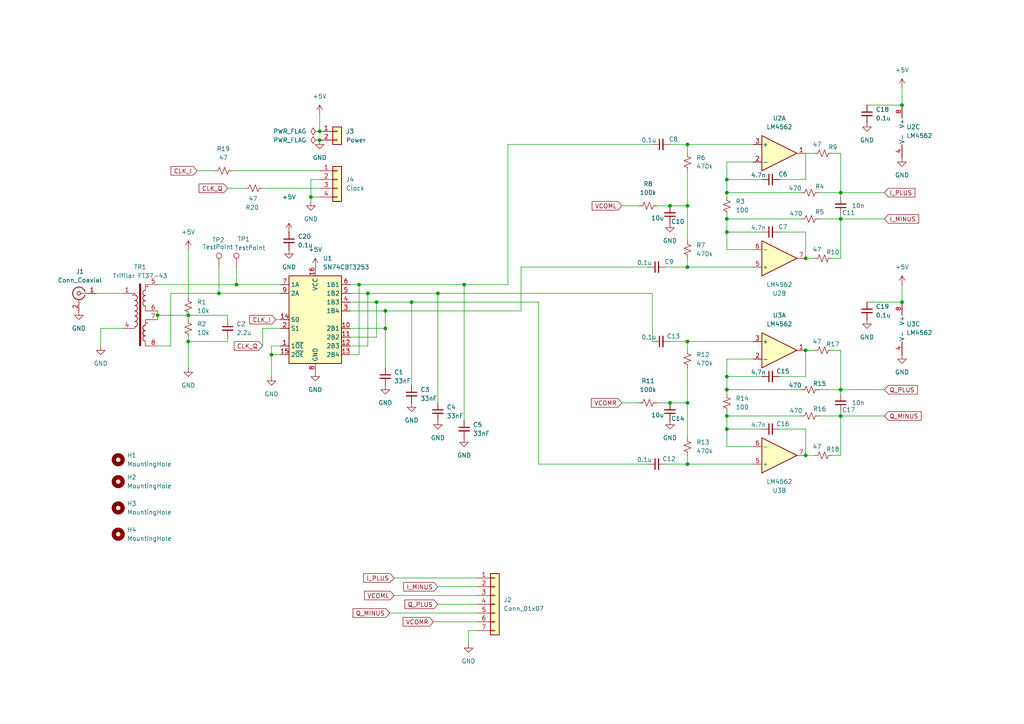
<source format=kicad_sch>
(kicad_sch (version 20231120) (generator "eeschema") (generator_version "8.0")
  (paper "A4")
  (lib_symbols
    (symbol "Amplifier_Operational:LM4562" (pin_names (offset 0.127))
      (property "Reference" "U" (at 0 5.08 0))
      (property "Value" "LM4562" (at 0 -5.08 0))
      (symbol "LM4562_1_1"
        (polyline (pts (xy -5.08 5.08) (xy 5.08 0) (xy -5.08 -5.08) (xy -5.08 5.08)) (stroke (width 0.254)) (fill (type background)))
        (pin output line (at 7.62 0 180) (length 2.54) (name "~") (number "1"))
        (pin input line (at -7.62 -2.54 0) (length 2.54) (name "-") (number "2"))
        (pin input line (at -7.62 2.54 0) (length 2.54) (name "+") (number "3"))
      )
      (symbol "LM4562_2_1"
        (polyline (pts (xy -5.08 5.08) (xy 5.08 0) (xy -5.08 -5.08) (xy -5.08 5.08)) (stroke (width 0.254)) (fill (type background)))
        (pin input line (at -7.62 2.54 0) (length 2.54) (name "+") (number "5"))
        (pin input line (at -7.62 -2.54 0) (length 2.54) (name "-") (number "6"))
        (pin output line (at 7.62 0 180) (length 2.54) (name "~") (number "7"))
      )
      (symbol "LM4562_3_1"
        (pin power_in line (at -2.54 -7.62 90) (length 3.81) (name "V-") (number "4"))
        (pin power_in line (at -2.54 7.62 270) (length 3.81) (name "V+") (number "8"))
      )
    )
    (symbol "Analog_Switch:SN74CBT3253"
      (property "Reference" "U" (at -7.62 13.97 0))
      (property "Value" "SN74CBT3253" (at -11.43 -13.97 0))
      (symbol "SN74CBT3253_0_1"
        (rectangle (start -7.62 12.7) (end 7.62 -12.7) (stroke (width 0.254)) (fill (type background)))
        (rectangle (start 7.62 -12.7) (end 7.62 -12.7))
      )
      (symbol "SN74CBT3253_1_1"
        (pin input line (at -10.16 -7.62 0) (length 2.54) (name "1~{OE}") (number "1"))
        (pin bidirectional line (at 10.16 -2.54 180) (length 2.54) (name "2B1") (number "10"))
        (pin bidirectional line (at 10.16 -5.08 180) (length 2.54) (name "2B2") (number "11"))
        (pin bidirectional line (at 10.16 -7.62 180) (length 2.54) (name "2B3") (number "12"))
        (pin bidirectional line (at 10.16 -10.16 180) (length 2.54) (name "2B4") (number "13"))
        (pin input line (at -10.16 0 0) (length 2.54) (name "S0") (number "14"))
        (pin input line (at -10.16 -10.16 0) (length 2.54) (name "2~{OE}") (number "15"))
        (pin power_in line (at 0 15.24 270) (length 2.54) (name "VCC") (number "16"))
        (pin input line (at -10.16 -2.54 0) (length 2.54) (name "S1") (number "2"))
        (pin bidirectional line (at 10.16 2.54 180) (length 2.54) (name "1B4") (number "3"))
        (pin bidirectional line (at 10.16 5.08 180) (length 2.54) (name "1B3") (number "4"))
        (pin bidirectional line (at 10.16 7.62 180) (length 2.54) (name "1B2") (number "5"))
        (pin bidirectional line (at 10.16 10.16 180) (length 2.54) (name "1B1") (number "6"))
        (pin bidirectional line (at -10.16 10.16 0) (length 2.54) (name "1A") (number "7"))
        (pin power_in line (at 0 -15.24 90) (length 2.54) (name "GND") (number "8"))
        (pin bidirectional line (at -10.16 7.62 0) (length 2.54) (name "2A") (number "9"))
      )
    )
    (symbol "Connector:Conn_Coaxial" (pin_names (offset 1.016) hide)
      (property "Reference" "J" (at 0.254 3.048 0))
      (property "Value" "Conn_Coaxial" (at 2.921 0 90))
      (symbol "Conn_Coaxial_0_1"
        (arc (start -1.778 -0.508) (mid 0.2311 -1.8066) (end 1.778 0) (stroke (width 0.254)))
        (polyline (pts (xy -2.54 0) (xy -0.508 0)))
        (polyline (pts (xy 0 -2.54) (xy 0 -1.778)))
        (circle (center 0 0) (radius 0.508) (stroke (width 0.2032)))
        (arc (start 1.778 0) (mid 0.2099 1.8101) (end -1.778 0.508) (stroke (width 0.254)))
      )
      (symbol "Conn_Coaxial_1_1"
        (pin passive line (at -5.08 0 0) (length 2.54) (name "In") (number "1"))
        (pin passive line (at 0 -5.08 90) (length 2.54) (name "Ext") (number "2"))
      )
    )
    (symbol "Connector:TestPoint" (pin_numbers hide) (pin_names (offset 0.762) hide)
      (property "Reference" "TP" (at 0 6.858 0))
      (property "Value" "TestPoint" (at 0 5.08 0))
      (symbol "TestPoint_0_1"
        (circle (center 0 3.302) (radius 0.762))
      )
      (symbol "TestPoint_1_1"
        (pin passive line (at 0 0 90) (length 2.54) (name "1") (number "1"))
      )
    )
    (symbol "Connector_Generic:Conn_01x02" (pin_names (offset 1.016) hide)
      (property "Reference" "J" (at 0 2.54 0))
      (property "Value" "Conn_01x02" (at 0 -5.08 0))
      (symbol "Conn_01x02_1_1"
        (rectangle (start -1.27 -2.413) (end 0 -2.667) (stroke (width 0.1524)))
        (rectangle (start -1.27 0.127) (end 0 -0.127) (stroke (width 0.1524)))
        (rectangle (start -1.27 1.27) (end 1.27 -3.81) (stroke (width 0.254)) (fill (type background)))
        (pin passive line (at -5.08 0 0) (length 3.81) (name "Pin_1") (number "1"))
        (pin passive line (at -5.08 -2.54 0) (length 3.81) (name "Pin_2") (number "2"))
      )
    )
    (symbol "Connector_Generic:Conn_01x04" (pin_names (offset 1.016) hide)
      (property "Reference" "J" (at 0 5.08 0))
      (property "Value" "Conn_01x04" (at 0 -7.62 0))
      (symbol "Conn_01x04_1_1"
        (rectangle (start -1.27 -4.953) (end 0 -5.207) (stroke (width 0.1524)))
        (rectangle (start -1.27 -2.413) (end 0 -2.667) (stroke (width 0.1524)))
        (rectangle (start -1.27 0.127) (end 0 -0.127) (stroke (width 0.1524)))
        (rectangle (start -1.27 2.667) (end 0 2.413) (stroke (width 0.1524)))
        (rectangle (start -1.27 3.81) (end 1.27 -6.35) (stroke (width 0.254)) (fill (type background)))
        (pin passive line (at -5.08 2.54 0) (length 3.81) (name "Pin_1") (number "1"))
        (pin passive line (at -5.08 0 0) (length 3.81) (name "Pin_2") (number "2"))
        (pin passive line (at -5.08 -2.54 0) (length 3.81) (name "Pin_3") (number "3"))
        (pin passive line (at -5.08 -5.08 0) (length 3.81) (name "Pin_4") (number "4"))
      )
    )
    (symbol "Connector_Generic:Conn_01x07" (pin_names (offset 1.016) hide)
      (property "Reference" "J" (at 0 10.16 0))
      (property "Value" "Conn_01x07" (at 0 -10.16 0))
      (symbol "Conn_01x07_1_1"
        (rectangle (start -1.27 -7.493) (end 0 -7.747) (stroke (width 0.1524)))
        (rectangle (start -1.27 -4.953) (end 0 -5.207) (stroke (width 0.1524)))
        (rectangle (start -1.27 -2.413) (end 0 -2.667) (stroke (width 0.1524)))
        (rectangle (start -1.27 0.127) (end 0 -0.127) (stroke (width 0.1524)))
        (rectangle (start -1.27 2.667) (end 0 2.413) (stroke (width 0.1524)))
        (rectangle (start -1.27 5.207) (end 0 4.953) (stroke (width 0.1524)))
        (rectangle (start -1.27 7.747) (end 0 7.493) (stroke (width 0.1524)))
        (rectangle (start -1.27 8.89) (end 1.27 -8.89) (stroke (width 0.254)) (fill (type background)))
        (pin passive line (at -5.08 7.62 0) (length 3.81) (name "Pin_1") (number "1"))
        (pin passive line (at -5.08 5.08 0) (length 3.81) (name "Pin_2") (number "2"))
        (pin passive line (at -5.08 2.54 0) (length 3.81) (name "Pin_3") (number "3"))
        (pin passive line (at -5.08 0 0) (length 3.81) (name "Pin_4") (number "4"))
        (pin passive line (at -5.08 -2.54 0) (length 3.81) (name "Pin_5") (number "5"))
        (pin passive line (at -5.08 -5.08 0) (length 3.81) (name "Pin_6") (number "6"))
        (pin passive line (at -5.08 -7.62 0) (length 3.81) (name "Pin_7") (number "7"))
      )
    )
    (symbol "Device:C_Small" (pin_numbers hide) (pin_names (offset 0.254) hide)
      (property "Reference" "C" (at 0.254 1.778 0))
      (property "Value" "C_Small" (at 0.254 -2.032 0))
      (symbol "C_Small_0_1"
        (polyline (pts (xy -1.524 -0.508) (xy 1.524 -0.508)) (stroke (width 0.3302)))
        (polyline (pts (xy -1.524 0.508) (xy 1.524 0.508)) (stroke (width 0.3048)))
      )
      (symbol "C_Small_1_1"
        (pin passive line (at 0 2.54 270) (length 2.032) (name "~") (number "1"))
        (pin passive line (at 0 -2.54 90) (length 2.032) (name "~") (number "2"))
      )
    )
    (symbol "Device:R_Small_US" (pin_numbers hide) (pin_names (offset 0.254) hide)
      (property "Reference" "R" (at 0.762 0.508 0))
      (property "Value" "R_Small_US" (at 0.762 -1.016 0))
      (symbol "R_Small_US_1_1"
        (polyline (pts (xy 0 0) (xy 1.016 -0.381) (xy 0 -0.762) (xy -1.016 -1.143) (xy 0 -1.524)))
        (polyline (pts (xy 0 1.524) (xy 1.016 1.143) (xy 0 0.762) (xy -1.016 0.381) (xy 0 0)))
        (pin passive line (at 0 2.54 270) (length 1.016) (name "~") (number "1"))
        (pin passive line (at 0 -2.54 90) (length 1.016) (name "~") (number "2"))
      )
    )
    (symbol "Mechanical:MountingHole" (pin_names (offset 1.016)) (exclude_from_sim yes) (in_bom no)
      (property "Reference" "H" (at 0 5.08 0))
      (property "Value" "MountingHole" (at 0 3.175 0))
      (symbol "MountingHole_0_1"
        (circle (center 0 0) (radius 1.27) (stroke (width 1.27)))
      )
    )
    (symbol "Transformer:TEZ0.5-D-2" (pin_names (offset 0.0254))
      (property "Reference" "TR" (at 0 8.89 0))
      (property "Value" "TEZ0.5-D-2" (at 0 -11.43 0))
      (symbol "TEZ0.5-D-2_0_1"
        (circle (center -2.032 4.572) (radius 0.127))
        (arc (start -1.524 -4.572) (mid -0.7653 -3.81) (end -1.524 -3.048) (stroke (width 0.2032)))
        (arc (start -1.524 -3.048) (mid -0.7653 -2.286) (end -1.524 -1.524) (stroke (width 0.2032)))
        (arc (start -1.524 -1.524) (mid -0.7653 -0.762) (end -1.524 0) (stroke (width 0.2032)))
        (arc (start -1.524 0) (mid -0.7653 0.762) (end -1.524 1.524) (stroke (width 0.2032)))
        (arc (start -1.524 1.524) (mid -0.7653 2.286) (end -1.524 3.048) (stroke (width 0.2032)))
        (arc (start -1.524 3.048) (mid -0.7653 3.81) (end -1.524 4.572) (stroke (width 0.2032)))
        (rectangle (start -0.254 7.874) (end 0.254 -10.16) (stroke (width 0.0254)) (fill (type outline)))
        (polyline (pts (xy -1.524 -4.572) (xy -1.524 -5.08) (xy -2.54 -5.08)))
        (polyline (pts (xy -1.524 4.572) (xy -1.524 5.08) (xy -2.54 5.08)))
        (polyline (pts (xy 1.524 -8.89) (xy 1.524 -10.16) (xy 2.54 -10.16)))
        (polyline (pts (xy 2.54 -2.54) (xy 1.524 -2.54) (xy 1.524 -4.064)))
        (polyline (pts (xy 2.54 0) (xy 1.524 0) (xy 1.524 1.27)))
        (polyline (pts (xy 2.54 7.62) (xy 1.524 7.62) (xy 1.524 6.096)))
        (arc (start 1.524 -7.239) (mid 0.7653 -8.001) (end 1.524 -8.763) (stroke (width 0.2032)))
        (arc (start 1.524 -5.715) (mid 0.7653 -6.477) (end 1.524 -7.239) (stroke (width 0.2032)))
        (arc (start 1.524 -5.715) (mid 0.7653 -6.477) (end 1.524 -7.239) (stroke (width 0.2032)))
        (arc (start 1.524 -4.191) (mid 0.7653 -4.953) (end 1.524 -5.715) (stroke (width 0.2032)))
        (arc (start 1.524 -4.191) (mid 0.7653 -4.953) (end 1.524 -5.715) (stroke (width 0.2032)))
        (arc (start 1.524 2.921) (mid 0.7653 2.159) (end 1.524 1.397) (stroke (width 0.2032)))
        (arc (start 1.524 4.445) (mid 0.7653 3.683) (end 1.524 2.921) (stroke (width 0.2032)))
        (arc (start 1.524 5.969) (mid 0.7653 5.207) (end 1.524 4.445) (stroke (width 0.2032)))
        (circle (center 2.032 -3.556) (radius 0.127))
        (circle (center 2.032 7.112) (radius 0.127))
      )
      (symbol "TEZ0.5-D-2_1_1"
        (pin passive line (at -5.08 5.08 0) (length 2.54) (name "~") (number "1"))
        (pin passive line (at -5.08 -5.08 0) (length 2.54) (name "~") (number "4"))
        (pin passive line (at 5.08 7.62 180) (length 2.54) (name "~") (number "5"))
        (pin passive line (at 5.08 0 180) (length 2.54) (name "~") (number "6"))
        (pin passive line (at 5.08 -2.54 180) (length 2.54) (name "~") (number "7"))
        (pin passive line (at 5.08 -10.16 180) (length 2.54) (name "~") (number "8"))
      )
    )
    (symbol "power:+5V" (power) (pin_numbers hide) (pin_names (offset 0) hide)
      (property "Value" "+5V" (at 0 3.556 0))
      (symbol "+5V_0_1"
        (polyline (pts (xy -0.762 1.27) (xy 0 2.54)))
        (polyline (pts (xy 0 0) (xy 0 2.54)))
        (polyline (pts (xy 0 2.54) (xy 0.762 1.27)))
      )
      (symbol "+5V_1_1"
        (pin power_in line (at 0 0 90) (length 0) (name "~") (number "1"))
      )
    )
    (symbol "power:GND" (power) (pin_numbers hide) (pin_names (offset 0) hide)
      (property "Value" "GND" (at 0 -3.81 0))
      (symbol "GND_0_1"
        (polyline (pts (xy 0 0) (xy 0 -1.27) (xy 1.27 -1.27) (xy 0 -2.54) (xy -1.27 -1.27) (xy 0 -1.27)))
      )
      (symbol "GND_1_1"
        (pin power_in line (at 0 0 270) (length 0) (name "~") (number "1"))
      )
    )
    (symbol "power:PWR_FLAG" (power) (pin_numbers hide) (pin_names (offset 0) hide)
      (property "Value" "PWR_FLAG" (at 0 3.81 0))
      (symbol "PWR_FLAG_0_0"
        (pin power_out line (at 0 0 90) (length 0) (name "~") (number "1"))
      )
      (symbol "PWR_FLAG_0_1"
        (polyline (pts (xy 0 0) (xy 0 1.27) (xy -1.016 1.905) (xy 0 2.54) (xy 1.016 1.905) (xy 0 1.27)))
      )
    )
  )
  (junction (at 199.39 99.06))
  (junction (at 45.72 91.44))
  (junction (at 63.5 85.09))
  (junction (at 210.82 120.65))
  (junction (at 210.82 63.5))
  (junction (at 210.82 52.07))
  (junction (at 68.58 82.55))
  (junction (at 54.61 91.44))
  (junction (at 243.84 113.03))
  (junction (at 194.31 116.84))
  (junction (at 194.31 59.69))
  (junction (at 134.62 82.55))
  (junction (at 243.84 55.88))
  (junction (at 210.82 124.46))
  (junction (at 233.68 74.93))
  (junction (at 92.71 40.64))
  (junction (at 233.68 132.08))
  (junction (at 199.39 41.91))
  (junction (at 111.76 90.17))
  (junction (at 92.71 38.1))
  (junction (at 243.84 120.65))
  (junction (at 210.82 67.31))
  (junction (at 233.68 101.6))
  (junction (at 90.17 57.15))
  (junction (at 78.74 102.87))
  (junction (at 111.76 95.25))
  (junction (at 199.39 77.47))
  (junction (at 119.38 87.63))
  (junction (at 54.61 99.06))
  (junction (at 261.62 87.63))
  (junction (at 210.82 109.22))
  (junction (at 243.84 63.5))
  (junction (at 199.39 59.69))
  (junction (at 104.14 82.55))
  (junction (at 261.62 30.48))
  (junction (at 210.82 113.03))
  (junction (at 210.82 55.88))
  (junction (at 199.39 134.62))
  (junction (at 109.22 87.63))
  (junction (at 106.68 85.09))
  (junction (at 127 85.09))
  (junction (at 199.39 116.84))
  (wire (pts (xy 54.61 99.06) (xy 54.61 106.68)))
  (wire (pts (xy 180.34 116.84) (xy 185.42 116.84)))
  (wire (pts (xy 68.58 77.47) (xy 68.58 82.55)))
  (wire (pts (xy 210.82 124.46) (xy 210.82 129.54)))
  (wire (pts (xy 194.31 41.91) (xy 199.39 41.91)))
  (wire (pts (xy 233.68 67.31) (xy 233.68 74.93)))
  (wire (pts (xy 261.62 25.4) (xy 261.62 30.48)))
  (wire (pts (xy 54.61 99.06) (xy 66.04 99.06)))
  (wire (pts (xy 210.82 57.15) (xy 210.82 55.88)))
  (wire (pts (xy 29.21 95.25) (xy 35.56 95.25)))
  (wire (pts (xy 187.96 77.47) (xy 151.13 77.47)))
  (wire (pts (xy 45.72 91.44) (xy 54.61 91.44)))
  (wire (pts (xy 210.82 62.23) (xy 210.82 63.5)))
  (wire (pts (xy 111.76 95.25) (xy 111.76 90.17)))
  (wire (pts (xy 45.72 90.17) (xy 45.72 91.44)))
  (wire (pts (xy 63.5 85.09) (xy 81.28 85.09)))
  (wire (pts (xy 111.76 90.17) (xy 151.13 90.17)))
  (wire (pts (xy 251.46 30.48) (xy 261.62 30.48)))
  (wire (pts (xy 101.6 100.33) (xy 106.68 100.33)))
  (wire (pts (xy 49.53 85.09) (xy 49.53 100.33)))
  (wire (pts (xy 199.39 77.47) (xy 218.44 77.47)))
  (wire (pts (xy 101.6 85.09) (xy 106.68 85.09)))
  (wire (pts (xy 210.82 55.88) (xy 232.41 55.88)))
  (wire (pts (xy 27.94 85.09) (xy 35.56 85.09)))
  (wire (pts (xy 119.38 87.63) (xy 119.38 111.76)))
  (wire (pts (xy 127 85.09) (xy 127 116.84)))
  (wire (pts (xy 45.72 82.55) (xy 68.58 82.55)))
  (wire (pts (xy 261.62 82.55) (xy 261.62 87.63)))
  (wire (pts (xy 226.06 67.31) (xy 233.68 67.31)))
  (wire (pts (xy 233.68 101.6) (xy 233.68 109.22)))
  (wire (pts (xy 127 85.09) (xy 189.23 85.09)))
  (wire (pts (xy 76.2 95.25) (xy 81.28 95.25)))
  (wire (pts (xy 210.82 120.65) (xy 210.82 124.46)))
  (wire (pts (xy 210.82 109.22) (xy 220.98 109.22)))
  (wire (pts (xy 210.82 119.38) (xy 210.82 120.65)))
  (wire (pts (xy 210.82 63.5) (xy 232.41 63.5)))
  (wire (pts (xy 243.84 120.65) (xy 243.84 119.38)))
  (wire (pts (xy 194.31 99.06) (xy 199.39 99.06)))
  (wire (pts (xy 180.34 59.69) (xy 185.42 59.69)))
  (wire (pts (xy 90.17 52.07) (xy 90.17 57.15)))
  (wire (pts (xy 101.6 102.87) (xy 104.14 102.87)))
  (wire (pts (xy 243.84 63.5) (xy 256.54 63.5)))
  (wire (pts (xy 210.82 46.99) (xy 210.82 52.07)))
  (wire (pts (xy 210.82 114.3) (xy 210.82 113.03)))
  (wire (pts (xy 78.74 102.87) (xy 81.28 102.87)))
  (wire (pts (xy 76.2 54.61) (xy 92.71 54.61)))
  (wire (pts (xy 199.39 41.91) (xy 218.44 41.91)))
  (wire (pts (xy 193.04 77.47) (xy 199.39 77.47)))
  (wire (pts (xy 243.84 44.45) (xy 243.84 55.88)))
  (wire (pts (xy 101.6 95.25) (xy 111.76 95.25)))
  (wire (pts (xy 233.68 44.45) (xy 233.68 52.07)))
  (wire (pts (xy 199.39 59.69) (xy 199.39 69.85)))
  (wire (pts (xy 233.68 44.45) (xy 236.22 44.45)))
  (wire (pts (xy 226.06 124.46) (xy 233.68 124.46)))
  (wire (pts (xy 251.46 87.63) (xy 261.62 87.63)))
  (wire (pts (xy 210.82 63.5) (xy 210.82 67.31)))
  (wire (pts (xy 90.17 57.15) (xy 90.17 58.42)))
  (wire (pts (xy 138.43 182.88) (xy 135.89 182.88)))
  (wire (pts (xy 78.74 102.87) (xy 78.74 109.22)))
  (wire (pts (xy 147.32 41.91) (xy 189.23 41.91)))
  (wire (pts (xy 190.5 59.69) (xy 194.31 59.69)))
  (wire (pts (xy 210.82 67.31) (xy 220.98 67.31)))
  (wire (pts (xy 237.49 113.03) (xy 243.84 113.03)))
  (wire (pts (xy 135.89 182.88) (xy 135.89 186.69)))
  (wire (pts (xy 210.82 109.22) (xy 210.82 113.03)))
  (wire (pts (xy 243.84 113.03) (xy 256.54 113.03)))
  (wire (pts (xy 80.01 92.71) (xy 81.28 92.71)))
  (wire (pts (xy 237.49 63.5) (xy 243.84 63.5)))
  (wire (pts (xy 66.04 54.61) (xy 71.12 54.61)))
  (wire (pts (xy 109.22 87.63) (xy 119.38 87.63)))
  (wire (pts (xy 233.68 132.08) (xy 236.22 132.08)))
  (wire (pts (xy 67.31 49.53) (xy 92.71 49.53)))
  (wire (pts (xy 49.53 100.33) (xy 45.72 100.33)))
  (wire (pts (xy 243.84 113.03) (xy 243.84 114.3)))
  (wire (pts (xy 233.68 124.46) (xy 233.68 132.08)))
  (wire (pts (xy 90.17 57.15) (xy 92.71 57.15)))
  (wire (pts (xy 45.72 91.44) (xy 45.72 92.71)))
  (wire (pts (xy 210.82 104.14) (xy 210.82 109.22)))
  (wire (pts (xy 78.74 100.33) (xy 78.74 102.87)))
  (wire (pts (xy 190.5 116.84) (xy 194.31 116.84)))
  (wire (pts (xy 151.13 77.47) (xy 151.13 90.17)))
  (wire (pts (xy 63.5 77.47) (xy 63.5 85.09)))
  (wire (pts (xy 76.2 100.33) (xy 76.2 95.25)))
  (wire (pts (xy 210.82 52.07) (xy 220.98 52.07)))
  (wire (pts (xy 199.39 99.06) (xy 199.39 101.6)))
  (wire (pts (xy 194.31 59.69) (xy 199.39 59.69)))
  (wire (pts (xy 210.82 120.65) (xy 232.41 120.65)))
  (wire (pts (xy 127 170.18) (xy 138.43 170.18)))
  (wire (pts (xy 134.62 82.55) (xy 147.32 82.55)))
  (wire (pts (xy 233.68 74.93) (xy 236.22 74.93)))
  (wire (pts (xy 66.04 97.79) (xy 66.04 99.06)))
  (wire (pts (xy 119.38 87.63) (xy 156.21 87.63)))
  (wire (pts (xy 101.6 82.55) (xy 104.14 82.55)))
  (wire (pts (xy 66.04 92.71) (xy 66.04 91.44)))
  (wire (pts (xy 111.76 95.25) (xy 111.76 106.68)))
  (wire (pts (xy 210.82 129.54) (xy 218.44 129.54)))
  (wire (pts (xy 193.04 134.62) (xy 199.39 134.62)))
  (wire (pts (xy 199.39 49.53) (xy 199.39 59.69)))
  (wire (pts (xy 113.03 177.8) (xy 138.43 177.8)))
  (wire (pts (xy 241.3 44.45) (xy 243.84 44.45)))
  (wire (pts (xy 81.28 100.33) (xy 78.74 100.33)))
  (wire (pts (xy 199.39 116.84) (xy 199.39 127)))
  (wire (pts (xy 54.61 91.44) (xy 54.61 92.71)))
  (wire (pts (xy 241.3 101.6) (xy 243.84 101.6)))
  (wire (pts (xy 210.82 46.99) (xy 218.44 46.99)))
  (wire (pts (xy 187.96 134.62) (xy 156.21 134.62)))
  (wire (pts (xy 199.39 106.68) (xy 199.39 116.84)))
  (wire (pts (xy 114.3 172.72) (xy 138.43 172.72)))
  (wire (pts (xy 66.04 91.44) (xy 54.61 91.44)))
  (wire (pts (xy 54.61 72.39) (xy 54.61 86.36)))
  (wire (pts (xy 199.39 41.91) (xy 199.39 44.45)))
  (wire (pts (xy 210.82 104.14) (xy 218.44 104.14)))
  (wire (pts (xy 241.3 132.08) (xy 243.84 132.08)))
  (wire (pts (xy 243.84 120.65) (xy 256.54 120.65)))
  (wire (pts (xy 92.71 33.02) (xy 92.71 38.1)))
  (wire (pts (xy 147.32 82.55) (xy 147.32 41.91)))
  (wire (pts (xy 106.68 100.33) (xy 106.68 85.09)))
  (wire (pts (xy 237.49 120.65) (xy 243.84 120.65)))
  (wire (pts (xy 125.73 180.34) (xy 138.43 180.34)))
  (wire (pts (xy 210.82 52.07) (xy 210.82 55.88)))
  (wire (pts (xy 127 175.26) (xy 138.43 175.26)))
  (wire (pts (xy 199.39 99.06) (xy 218.44 99.06)))
  (wire (pts (xy 29.21 100.33) (xy 29.21 95.25)))
  (wire (pts (xy 49.53 85.09) (xy 63.5 85.09)))
  (wire (pts (xy 106.68 85.09) (xy 127 85.09)))
  (wire (pts (xy 54.61 97.79) (xy 54.61 99.06)))
  (wire (pts (xy 57.15 49.53) (xy 62.23 49.53)))
  (wire (pts (xy 210.82 124.46) (xy 220.98 124.46)))
  (wire (pts (xy 109.22 97.79) (xy 109.22 87.63)))
  (wire (pts (xy 243.84 63.5) (xy 243.84 62.23)))
  (wire (pts (xy 237.49 55.88) (xy 243.84 55.88)))
  (wire (pts (xy 241.3 74.93) (xy 243.84 74.93)))
  (wire (pts (xy 243.84 55.88) (xy 243.84 57.15)))
  (wire (pts (xy 101.6 87.63) (xy 109.22 87.63)))
  (wire (pts (xy 243.84 74.93) (xy 243.84 63.5)))
  (wire (pts (xy 156.21 134.62) (xy 156.21 87.63)))
  (wire (pts (xy 92.71 52.07) (xy 90.17 52.07)))
  (wire (pts (xy 243.84 101.6) (xy 243.84 113.03)))
  (wire (pts (xy 226.06 52.07) (xy 233.68 52.07)))
  (wire (pts (xy 68.58 82.55) (xy 81.28 82.55)))
  (wire (pts (xy 243.84 55.88) (xy 256.54 55.88)))
  (wire (pts (xy 243.84 132.08) (xy 243.84 120.65)))
  (wire (pts (xy 199.39 74.93) (xy 199.39 77.47)))
  (wire (pts (xy 226.06 109.22) (xy 233.68 109.22)))
  (wire (pts (xy 134.62 82.55) (xy 134.62 121.92)))
  (wire (pts (xy 210.82 113.03) (xy 232.41 113.03)))
  (wire (pts (xy 101.6 90.17) (xy 111.76 90.17)))
  (wire (pts (xy 104.14 82.55) (xy 134.62 82.55)))
  (wire (pts (xy 114.3 167.64) (xy 138.43 167.64)))
  (wire (pts (xy 199.39 132.08) (xy 199.39 134.62)))
  (wire (pts (xy 101.6 97.79) (xy 109.22 97.79)))
  (wire (pts (xy 104.14 102.87) (xy 104.14 82.55)))
  (wire (pts (xy 189.23 99.06) (xy 189.23 85.09)))
  (wire (pts (xy 210.82 67.31) (xy 210.82 72.39)))
  (wire (pts (xy 233.68 101.6) (xy 236.22 101.6)))
  (wire (pts (xy 199.39 134.62) (xy 218.44 134.62)))
  (wire (pts (xy 210.82 72.39) (xy 218.44 72.39)))
  (wire (pts (xy 194.31 116.84) (xy 199.39 116.84)))
  (global_label "CLK_I" (shape input) (at 57.15 49.53 180) (property "Intersheetrefs" "${INTERSHEET_REFS}" (effects (hide yes))))
  (global_label "CLK_Q" (shape input) (at 76.2 100.33 180) (property "Intersheetrefs" "${INTERSHEET_REFS}" (effects (hide yes))))
  (global_label "Q_PLUS" (shape input) (at 256.54 113.03 0) (property "Intersheetrefs" "${INTERSHEET_REFS}" (effects (hide yes))))
  (global_label "I_PLUS" (shape input) (at 114.3 167.64 180) (property "Intersheetrefs" "${INTERSHEET_REFS}" (effects (hide yes))))
  (global_label "I_PLUS" (shape input) (at 256.54 55.88 0) (property "Intersheetrefs" "${INTERSHEET_REFS}" (effects (hide yes))))
  (global_label "Q_MINUS" (shape input) (at 256.54 120.65 0) (property "Intersheetrefs" "${INTERSHEET_REFS}" (effects (hide yes))))
  (global_label "VCOMR" (shape input) (at 180.34 116.84 180) (property "Intersheetrefs" "${INTERSHEET_REFS}" (effects (hide yes))))
  (global_label "I_MINUS" (shape input) (at 256.54 63.5 0) (property "Intersheetrefs" "${INTERSHEET_REFS}" (effects (hide yes))))
  (global_label "CLK_Q" (shape input) (at 66.04 54.61 180) (property "Intersheetrefs" "${INTERSHEET_REFS}" (effects (hide yes))))
  (global_label "VCOML" (shape input) (at 180.34 59.69 180) (property "Intersheetrefs" "${INTERSHEET_REFS}" (effects (hide yes))))
  (global_label "Q_PLUS" (shape input) (at 127 175.26 180) (property "Intersheetrefs" "${INTERSHEET_REFS}" (effects (hide yes))))
  (global_label "I_MINUS" (shape input) (at 127 170.18 180) (property "Intersheetrefs" "${INTERSHEET_REFS}" (effects (hide yes))))
  (global_label "VCOML" (shape input) (at 114.3 172.72 180) (property "Intersheetrefs" "${INTERSHEET_REFS}" (effects (hide yes))))
  (global_label "Q_MINUS" (shape input) (at 113.03 177.8 180) (property "Intersheetrefs" "${INTERSHEET_REFS}" (effects (hide yes))))
  (global_label "VCOMR" (shape input) (at 125.73 180.34 180) (property "Intersheetrefs" "${INTERSHEET_REFS}" (effects (hide yes))))
  (global_label "CLK_I" (shape input) (at 80.01 92.71 180) (property "Intersheetrefs" "${INTERSHEET_REFS}" (effects (hide yes))))
  (symbol (lib_id "Device:C_Small") (at 223.52 109.22 90) (unit 1)
    (property "Reference" "C15" (at 227.076 107.696 90))
    (property "Value" "4.7n" (at 219.964 107.95 90))
    (property "Footprint" "Capacitor_SMD:C_0805_2012Metric_Pad1.18x1.45mm_HandSolder" (effects (hide yes)))
    (property "Description" "Unpolarized capacitor, small symbol" (effects (hide yes)))
  )
  (symbol (lib_id "Connector:Conn_Coaxial") (at 22.86 85.09 0) (mirror y) (unit 1)
    (property "Reference" "J1" (at 23.1774 78.74 0))
    (property "Value" "Conn_Coaxial" (at 23.1774 81.28 0))
    (property "Footprint" "Connector_Coaxial:SMA_Amphenol_901-144_Vertical" (effects (hide yes)))
    (property "Description" "coaxial connector (BNC, SMA, SMB, SMC, Cinch/RCA, LEMO, ...)" (effects (hide yes)))
  )
  (symbol (lib_id "power:+5V") (at 261.62 82.55 0) (unit 1)
    (property "Reference" "#PWR016" (effects (hide yes)))
    (property "Value" "+5V" (at 261.62 77.47 0))
    (property "Description" "Power symbol creates a global label with name \"+5V\"" (effects (hide yes)))
  )
  (symbol (lib_id "Device:R_Small_US") (at 187.96 116.84 90) (unit 1)
    (property "Reference" "R11" (at 187.96 110.49 90))
    (property "Value" "100k" (at 187.96 113.03 90))
    (property "Footprint" "Resistor_SMD:R_0805_2012Metric_Pad1.20x1.40mm_HandSolder" (effects (hide yes)))
    (property "Description" "Resistor, small US symbol" (effects (hide yes)))
  )
  (symbol (lib_id "Device:C_Small") (at 134.62 124.46 0) (unit 1)
    (property "Reference" "C5" (at 137.16 123.1962 0) (effects (justify left)))
    (property "Value" "33nF" (at 137.16 125.7362 0) (effects (justify left)))
    (property "Footprint" "Capacitor_SMD:C_0805_2012Metric_Pad1.18x1.45mm_HandSolder" (effects (hide yes)))
    (property "Description" "Unpolarized capacitor, small symbol" (effects (hide yes)))
  )
  (symbol (lib_id "Amplifier_Operational:LM4562") (at 226.06 44.45 0) (unit 1)
    (property "Reference" "U2" (at 226.06 34.29 0))
    (property "Value" "LM4562" (at 226.06 36.83 0))
    (property "Footprint" "Package_SO:SOIC-8_3.9x4.9mm_P1.27mm" (effects (hide yes)))
    (property "Datasheet" "http://www.ti.com/lit/ds/symlink/lm4562.pdf" (effects (hide yes)))
    (property "Description" "Dual High-Performance, High-Fidelity Audio Operational Amplifier, DIP-8/SOIC-8/TO-99-8" (effects (hide yes)))
  )
  (symbol (lib_id "Device:C_Small") (at 190.5 134.62 90) (unit 1)
    (property "Reference" "C12" (at 194.056 133.096 90))
    (property "Value" "0.1u" (at 186.944 133.35 90))
    (property "Footprint" "Capacitor_SMD:C_0805_2012Metric_Pad1.18x1.45mm_HandSolder" (effects (hide yes)))
    (property "Description" "Unpolarized capacitor, small symbol" (effects (hide yes)))
  )
  (symbol (lib_id "Device:C_Small") (at 66.04 95.25 0) (unit 1)
    (property "Reference" "C2" (at 68.58 93.9862 0) (effects (justify left)))
    (property "Value" "2.2u" (at 68.58 96.5262 0) (effects (justify left)))
    (property "Footprint" "Capacitor_SMD:C_0805_2012Metric_Pad1.18x1.45mm_HandSolder" (effects (hide yes)))
    (property "Description" "Unpolarized capacitor, small symbol" (effects (hide yes)))
  )
  (symbol (lib_id "Device:C_Small") (at 190.5 77.47 90) (unit 1)
    (property "Reference" "C9" (at 194.056 75.946 90))
    (property "Value" "0.1u" (at 186.944 76.2 90))
    (property "Footprint" "Capacitor_SMD:C_0805_2012Metric_Pad1.18x1.45mm_HandSolder" (effects (hide yes)))
    (property "Description" "Unpolarized capacitor, small symbol" (effects (hide yes)))
  )
  (symbol (lib_id "Device:C_Small") (at 127 119.38 0) (unit 1)
    (property "Reference" "C4" (at 129.54 118.1162 0) (effects (justify left)))
    (property "Value" "33nF" (at 129.54 120.6562 0) (effects (justify left)))
    (property "Footprint" "Capacitor_SMD:C_0805_2012Metric_Pad1.18x1.45mm_HandSolder" (effects (hide yes)))
    (property "Description" "Unpolarized capacitor, small symbol" (effects (hide yes)))
  )
  (symbol (lib_id "Device:C_Small") (at 111.76 109.22 0) (unit 1)
    (property "Reference" "C1" (at 114.3 107.9562 0) (effects (justify left)))
    (property "Value" "33nF" (at 114.3 110.4962 0) (effects (justify left)))
    (property "Footprint" "Capacitor_SMD:C_0805_2012Metric_Pad1.18x1.45mm_HandSolder" (effects (hide yes)))
    (property "Description" "Unpolarized capacitor, small symbol" (effects (hide yes)))
  )
  (symbol (lib_id "Device:C_Small") (at 119.38 114.3 0) (unit 1)
    (property "Reference" "C3" (at 121.92 113.0362 0) (effects (justify left)))
    (property "Value" "33nF" (at 121.92 115.5762 0) (effects (justify left)))
    (property "Footprint" "Capacitor_SMD:C_0805_2012Metric_Pad1.18x1.45mm_HandSolder" (effects (hide yes)))
    (property "Description" "Unpolarized capacitor, small symbol" (effects (hide yes)))
  )
  (symbol (lib_id "Connector_Generic:Conn_01x04") (at 97.79 52.07 0) (unit 1)
    (property "Reference" "J4" (at 100.33 52.0699 0) (effects (justify left)))
    (property "Value" "Clock" (at 100.33 54.6099 0) (effects (justify left)))
    (property "Footprint" "Connector_PinHeader_2.54mm:PinHeader_1x04_P2.54mm_Vertical" (effects (hide yes)))
    (property "Description" "Generic connector, single row, 01x04, script generated (kicad-library-utils/schlib/autogen/connector/)" (effects (hide yes)))
  )
  (symbol (lib_id "Device:C_Small") (at 223.52 67.31 90) (unit 1)
    (property "Reference" "C7" (at 227.076 65.786 90))
    (property "Value" "4.7n" (at 219.964 66.04 90))
    (property "Footprint" "Capacitor_SMD:C_0805_2012Metric_Pad1.18x1.45mm_HandSolder" (effects (hide yes)))
    (property "Description" "Unpolarized capacitor, small symbol" (effects (hide yes)))
  )
  (symbol (lib_id "Device:C_Small") (at 223.52 52.07 90) (unit 1)
    (property "Reference" "C6" (at 227.076 50.546 90))
    (property "Value" "4.7n" (at 219.964 50.8 90))
    (property "Footprint" "Capacitor_SMD:C_0805_2012Metric_Pad1.18x1.45mm_HandSolder" (effects (hide yes)))
    (property "Description" "Unpolarized capacitor, small symbol" (effects (hide yes)))
  )
  (symbol (lib_id "power:GND") (at 261.62 102.87 0) (unit 1)
    (property "Reference" "#PWR017" (effects (hide yes)))
    (property "Value" "GND" (at 261.62 107.95 0))
    (property "Description" "Power symbol creates a global label with name \"GND\" , ground" (effects (hide yes)))
  )
  (symbol (lib_id "Connector:TestPoint") (at 63.5 77.47 0) (unit 1)
    (property "Reference" "TP2" (at 61.468 69.596 0) (effects (justify left)))
    (property "Value" "TestPoint" (at 58.674 71.628 0) (effects (justify left)))
    (property "Footprint" "TestPoint:TestPoint_Pad_1.5x1.5mm" (effects (hide yes)))
    (property "Description" "test point" (effects (hide yes)))
  )
  (symbol (lib_id "Device:C_Small") (at 223.52 124.46 90) (unit 1)
    (property "Reference" "C16" (at 227.076 122.936 90))
    (property "Value" "4.7n" (at 219.964 123.19 90))
    (property "Footprint" "Capacitor_SMD:C_0805_2012Metric_Pad1.18x1.45mm_HandSolder" (effects (hide yes)))
    (property "Description" "Unpolarized capacitor, small symbol" (effects (hide yes)))
  )
  (symbol (lib_id "Amplifier_Operational:LM4562") (at 226.06 101.6 0) (unit 1)
    (property "Reference" "U3" (at 226.06 91.44 0))
    (property "Value" "LM4562" (at 226.06 93.98 0))
    (property "Footprint" "Package_SO:SOIC-8_3.9x4.9mm_P1.27mm" (effects (hide yes)))
    (property "Datasheet" "http://www.ti.com/lit/ds/symlink/lm4562.pdf" (effects (hide yes)))
    (property "Description" "Dual High-Performance, High-Fidelity Audio Operational Amplifier, DIP-8/SOIC-8/TO-99-8" (effects (hide yes)))
  )
  (symbol (lib_id "Analog_Switch:SN74CBT3253") (at 91.44 92.71 0) (unit 1)
    (property "Reference" "U1" (at 93.6341 74.93 0) (effects (justify left)))
    (property "Value" "SN74CBT3253" (at 93.6341 77.47 0) (effects (justify left)))
    (property "Footprint" "Package_SO:SOIC-16_3.9x9.9mm_P1.27mm" (effects (hide yes)))
    (property "Datasheet" "http://www.ti.com/lit/gpn/sn74cbt3253" (effects (hide yes)))
    (property "Description" "Dual 1 to 4 Analog Multiplexer" (effects (hide yes)))
  )
  (symbol (lib_id "Device:R_Small_US") (at 234.95 63.5 90) (unit 1)
    (property "Reference" "R5" (at 237.744 61.468 90))
    (property "Value" "470" (at 230.886 61.976 90))
    (property "Footprint" "Resistor_SMD:R_0805_2012Metric_Pad1.20x1.40mm_HandSolder" (effects (hide yes)))
    (property "Description" "Resistor, small US symbol" (effects (hide yes)))
  )
  (symbol (lib_id "Device:R_Small_US") (at 210.82 116.84 0) (unit 1)
    (property "Reference" "R14" (at 213.36 115.5699 0) (effects (justify left)))
    (property "Value" "100" (at 213.36 118.1099 0) (effects (justify left)))
    (property "Footprint" "Resistor_SMD:R_0805_2012Metric_Pad1.20x1.40mm_HandSolder" (effects (hide yes)))
    (property "Description" "Resistor, small US symbol" (effects (hide yes)))
  )
  (symbol (lib_id "Connector_Generic:Conn_01x07") (at 143.51 175.26 0) (unit 1)
    (property "Reference" "J2" (at 146.05 173.9899 0) (effects (justify left)))
    (property "Value" "Conn_01x07" (at 146.05 176.5299 0) (effects (justify left)))
    (property "Footprint" "Connector_PinHeader_2.54mm:PinHeader_1x07_P2.54mm_Vertical" (effects (hide yes)))
    (property "Description" "Generic connector, single row, 01x07, script generated (kicad-library-utils/schlib/autogen/connector/)" (effects (hide yes)))
  )
  (symbol (lib_id "power:+5V") (at 91.44 77.47 0) (unit 1)
    (property "Reference" "#PWR019" (effects (hide yes)))
    (property "Value" "+5V" (at 91.44 72.39 0))
    (property "Description" "Power symbol creates a global label with name \"+5V\"" (effects (hide yes)))
  )
  (symbol (lib_id "power:GND") (at 135.89 186.69 0) (unit 1)
    (property "Reference" "#PWR020" (effects (hide yes)))
    (property "Value" "GND" (at 135.89 191.77 0))
    (property "Description" "Power symbol creates a global label with name \"GND\" , ground" (effects (hide yes)))
  )
  (symbol (lib_id "power:GND") (at 78.74 109.22 0) (unit 1)
    (property "Reference" "#PWR06" (effects (hide yes)))
    (property "Value" "GND" (at 78.74 114.3 0))
    (property "Description" "Power symbol creates a global label with name \"GND\" , ground" (effects (hide yes)))
  )
  (symbol (lib_id "Device:R_Small_US") (at 54.61 95.25 0) (unit 1)
    (property "Reference" "R2" (at 57.15 93.9799 0) (effects (justify left)))
    (property "Value" "10k" (at 57.15 96.5199 0) (effects (justify left)))
    (property "Footprint" "Resistor_SMD:R_0805_2012Metric_Pad1.20x1.40mm_HandSolder" (effects (hide yes)))
    (property "Description" "Resistor, small US symbol" (effects (hide yes)))
  )
  (symbol (lib_id "Amplifier_Operational:LM4562") (at 264.16 95.25 0) (unit 3)
    (property "Reference" "U3" (at 262.89 93.9799 0) (effects (justify left)))
    (property "Value" "LM4562" (at 262.89 96.5199 0) (effects (justify left)))
    (property "Footprint" "Package_SO:SOIC-8_3.9x4.9mm_P1.27mm" (effects (hide yes)))
    (property "Datasheet" "http://www.ti.com/lit/ds/symlink/lm4562.pdf" (effects (hide yes)))
    (property "Description" "Dual High-Performance, High-Fidelity Audio Operational Amplifier, DIP-8/SOIC-8/TO-99-8" (effects (hide yes)))
  )
  (symbol (lib_id "Device:R_Small_US") (at 199.39 72.39 0) (unit 1)
    (property "Reference" "R7" (at 201.93 71.1199 0) (effects (justify left)))
    (property "Value" "470k" (at 201.93 73.6599 0) (effects (justify left)))
    (property "Footprint" "Resistor_SMD:R_0805_2012Metric_Pad1.20x1.40mm_HandSolder" (effects (hide yes)))
    (property "Description" "Resistor, small US symbol" (effects (hide yes)))
  )
  (symbol (lib_id "power:GND") (at 22.86 90.17 0) (unit 1)
    (property "Reference" "#PWR05" (effects (hide yes)))
    (property "Value" "GND" (at 22.86 95.25 0))
    (property "Description" "Power symbol creates a global label with name \"GND\" , ground" (effects (hide yes)))
  )
  (symbol (lib_id "power:PWR_FLAG") (at 92.71 38.1 90) (unit 1)
    (property "Reference" "#FLG01" (effects (hide yes)))
    (property "Value" "PWR_FLAG" (at 88.9 38.0999 90) (effects (justify left)))
    (property "Description" "Special symbol for telling ERC where power comes from" (effects (hide yes)))
  )
  (symbol (lib_id "power:+5V") (at 261.62 25.4 0) (unit 1)
    (property "Reference" "#PWR014" (effects (hide yes)))
    (property "Value" "+5V" (at 261.62 20.32 0))
    (property "Description" "Power symbol creates a global label with name \"+5V\"" (effects (hide yes)))
  )
  (symbol (lib_id "power:GND") (at 194.31 64.77 0) (unit 1)
    (property "Reference" "#PWR010" (effects (hide yes)))
    (property "Value" "GND" (at 194.31 69.85 0))
    (property "Description" "Power symbol creates a global label with name \"GND\" , ground" (effects (hide yes)))
  )
  (symbol (lib_id "power:GND") (at 83.82 72.39 0) (unit 1)
    (property "Reference" "#PWR024" (effects (hide yes)))
    (property "Value" "GND" (at 83.82 77.47 0))
    (property "Description" "Power symbol creates a global label with name \"GND\" , ground" (effects (hide yes)))
  )
  (symbol (lib_id "Amplifier_Operational:LM4562") (at 226.06 74.93 0) (mirror x) (unit 2)
    (property "Reference" "U2" (at 226.06 85.09 0))
    (property "Value" "LM4562" (at 226.06 82.55 0))
    (property "Footprint" "Package_SO:SOIC-8_3.9x4.9mm_P1.27mm" (effects (hide yes)))
    (property "Datasheet" "http://www.ti.com/lit/ds/symlink/lm4562.pdf" (effects (hide yes)))
    (property "Description" "Dual High-Performance, High-Fidelity Audio Operational Amplifier, DIP-8/SOIC-8/TO-99-8" (effects (hide yes)))
  )
  (symbol (lib_id "power:PWR_FLAG") (at 92.71 40.64 90) (unit 1)
    (property "Reference" "#FLG02" (effects (hide yes)))
    (property "Value" "PWR_FLAG" (at 88.9 40.6399 90) (effects (justify left)))
    (property "Description" "Special symbol for telling ERC where power comes from" (effects (hide yes)))
  )
  (symbol (lib_id "power:GND") (at 91.44 107.95 0) (unit 1)
    (property "Reference" "#PWR018" (effects (hide yes)))
    (property "Value" "GND" (at 91.44 113.03 0))
    (property "Description" "Power symbol creates a global label with name \"GND\" , ground" (effects (hide yes)))
  )
  (symbol (lib_id "Device:R_Small_US") (at 54.61 88.9 0) (unit 1)
    (property "Reference" "R1" (at 57.15 87.6299 0) (effects (justify left)))
    (property "Value" "10k" (at 57.15 90.1699 0) (effects (justify left)))
    (property "Footprint" "Resistor_SMD:R_0805_2012Metric_Pad1.20x1.40mm_HandSolder" (effects (hide yes)))
    (property "Description" "Resistor, small US symbol" (effects (hide yes)))
  )
  (symbol (lib_id "power:GND") (at 92.71 40.64 0) (unit 1)
    (property "Reference" "#PWR021" (effects (hide yes)))
    (property "Value" "GND" (at 92.71 45.72 0))
    (property "Description" "Power symbol creates a global label with name \"GND\" , ground" (effects (hide yes)))
  )
  (symbol (lib_id "Connector:TestPoint") (at 68.58 77.47 0) (unit 1)
    (property "Reference" "TP1" (at 68.834 69.342 0) (effects (justify left)))
    (property "Value" "TestPoint" (at 68.072 71.882 0) (effects (justify left)))
    (property "Footprint" "TestPoint:TestPoint_Pad_1.5x1.5mm" (effects (hide yes)))
    (property "Description" "test point" (effects (hide yes)))
  )
  (symbol (lib_id "power:GND") (at 111.76 111.76 0) (unit 1)
    (property "Reference" "#PWR01" (effects (hide yes)))
    (property "Value" "GND" (at 111.76 116.84 0))
    (property "Description" "Power symbol creates a global label with name \"GND\" , ground" (effects (hide yes)))
  )
  (symbol (lib_id "Device:R_Small_US") (at 238.76 132.08 90) (unit 1)
    (property "Reference" "R18" (at 241.554 130.302 90))
    (property "Value" "47" (at 236.982 129.54 90))
    (property "Footprint" "Resistor_SMD:R_0805_2012Metric_Pad1.20x1.40mm_HandSolder" (effects (hide yes)))
    (property "Description" "Resistor, small US symbol" (effects (hide yes)))
  )
  (symbol (lib_id "power:GND") (at 251.46 35.56 0) (unit 1)
    (property "Reference" "#PWR012" (effects (hide yes)))
    (property "Value" "GND" (at 251.46 40.64 0))
    (property "Description" "Power symbol creates a global label with name \"GND\" , ground" (effects (hide yes)))
  )
  (symbol (lib_id "Device:R_Small_US") (at 187.96 59.69 90) (unit 1)
    (property "Reference" "R8" (at 187.96 53.34 90))
    (property "Value" "100k" (at 187.96 55.88 90))
    (property "Footprint" "Resistor_SMD:R_0805_2012Metric_Pad1.20x1.40mm_HandSolder" (effects (hide yes)))
    (property "Description" "Resistor, small US symbol" (effects (hide yes)))
  )
  (symbol (lib_id "Device:R_Small_US") (at 64.77 49.53 90) (unit 1)
    (property "Reference" "R19" (at 64.77 43.18 90))
    (property "Value" "47" (at 64.77 45.72 90))
    (property "Footprint" "Resistor_SMD:R_0805_2012Metric_Pad1.20x1.40mm_HandSolder" (effects (hide yes)))
    (property "Description" "Resistor, small US symbol" (effects (hide yes)))
  )
  (symbol (lib_id "Device:R_Small_US") (at 238.76 74.93 90) (unit 1)
    (property "Reference" "R10" (at 241.554 73.152 90))
    (property "Value" "47" (at 236.982 72.39 90))
    (property "Footprint" "Resistor_SMD:R_0805_2012Metric_Pad1.20x1.40mm_HandSolder" (effects (hide yes)))
    (property "Description" "Resistor, small US symbol" (effects (hide yes)))
  )
  (symbol (lib_id "Device:R_Small_US") (at 238.76 101.6 90) (unit 1)
    (property "Reference" "R17" (at 241.554 99.822 90))
    (property "Value" "47" (at 236.982 99.06 90))
    (property "Footprint" "Resistor_SMD:R_0805_2012Metric_Pad1.20x1.40mm_HandSolder" (effects (hide yes)))
    (property "Description" "Resistor, small US symbol" (effects (hide yes)))
  )
  (symbol (lib_id "power:GND") (at 261.62 45.72 0) (unit 1)
    (property "Reference" "#PWR013" (effects (hide yes)))
    (property "Value" "GND" (at 261.62 50.8 0))
    (property "Description" "Power symbol creates a global label with name \"GND\" , ground" (effects (hide yes)))
  )
  (symbol (lib_id "power:GND") (at 127 121.92 0) (unit 1)
    (property "Reference" "#PWR08" (effects (hide yes)))
    (property "Value" "GND" (at 127 127 0))
    (property "Description" "Power symbol creates a global label with name \"GND\" , ground" (effects (hide yes)))
  )
  (symbol (lib_id "Device:C_Small") (at 243.84 116.84 180) (unit 1)
    (property "Reference" "C17" (at 246.126 118.872 0))
    (property "Value" "10n" (at 248.92 116.84 0))
    (property "Footprint" "Capacitor_SMD:C_0805_2012Metric_Pad1.18x1.45mm_HandSolder" (effects (hide yes)))
    (property "Description" "Unpolarized capacitor, small symbol" (effects (hide yes)))
  )
  (symbol (lib_id "Mechanical:MountingHole") (at 34.29 154.94 0) (unit 1) (exclude_from_sim yes) (in_bom no)
    (property "Reference" "H4" (at 36.83 153.6699 0) (effects (justify left)))
    (property "Value" "MountingHole" (at 36.83 156.2099 0) (effects (justify left)))
    (property "Footprint" "MountingHole:MountingHole_3.5mm" (effects (hide yes)))
    (property "Description" "Mounting Hole without connection" (effects (hide yes)))
  )
  (symbol (lib_id "Device:C_Small") (at 243.84 59.69 180) (unit 1)
    (property "Reference" "C11" (at 246.126 61.722 0))
    (property "Value" "10n" (at 248.92 59.69 0))
    (property "Footprint" "Capacitor_SMD:C_0805_2012Metric_Pad1.18x1.45mm_HandSolder" (effects (hide yes)))
    (property "Description" "Unpolarized capacitor, small symbol" (effects (hide yes)))
  )
  (symbol (lib_id "Device:C_Small") (at 251.46 33.02 0) (unit 1)
    (property "Reference" "C18" (at 254 31.7562 0) (effects (justify left)))
    (property "Value" "0.1u" (at 254 34.2962 0) (effects (justify left)))
    (property "Footprint" "Capacitor_SMD:C_0805_2012Metric_Pad1.18x1.45mm_HandSolder" (effects (hide yes)))
    (property "Description" "Unpolarized capacitor, small symbol" (effects (hide yes)))
  )
  (symbol (lib_id "Mechanical:MountingHole") (at 34.29 133.35 0) (unit 1) (exclude_from_sim yes) (in_bom no)
    (property "Reference" "H1" (at 36.83 132.0799 0) (effects (justify left)))
    (property "Value" "MountingHole" (at 36.83 134.6199 0) (effects (justify left)))
    (property "Footprint" "MountingHole:MountingHole_3.5mm" (effects (hide yes)))
    (property "Description" "Mounting Hole without connection" (effects (hide yes)))
  )
  (symbol (lib_id "power:GND") (at 119.38 116.84 0) (unit 1)
    (property "Reference" "#PWR07" (effects (hide yes)))
    (property "Value" "GND" (at 119.38 121.92 0))
    (property "Description" "Power symbol creates a global label with name \"GND\" , ground" (effects (hide yes)))
  )
  (symbol (lib_id "Amplifier_Operational:LM4562") (at 264.16 38.1 0) (unit 3)
    (property "Reference" "U2" (at 262.89 36.8299 0) (effects (justify left)))
    (property "Value" "LM4562" (at 262.89 39.3699 0) (effects (justify left)))
    (property "Footprint" "Package_SO:SOIC-8_3.9x4.9mm_P1.27mm" (effects (hide yes)))
    (property "Datasheet" "http://www.ti.com/lit/ds/symlink/lm4562.pdf" (effects (hide yes)))
    (property "Description" "Dual High-Performance, High-Fidelity Audio Operational Amplifier, DIP-8/SOIC-8/TO-99-8" (effects (hide yes)))
  )
  (symbol (lib_id "Device:R_Small_US") (at 199.39 46.99 0) (unit 1)
    (property "Reference" "R6" (at 201.93 45.7199 0) (effects (justify left)))
    (property "Value" "470k" (at 201.93 48.2599 0) (effects (justify left)))
    (property "Footprint" "Resistor_SMD:R_0805_2012Metric_Pad1.20x1.40mm_HandSolder" (effects (hide yes)))
    (property "Description" "Resistor, small US symbol" (effects (hide yes)))
  )
  (symbol (lib_id "Transformer:TEZ0.5-D-2") (at 40.64 90.17 0) (unit 1)
    (property "Reference" "TR1" (at 40.64 77.47 0))
    (property "Value" "Trifilar FT37-43" (at 40.64 80.01 0))
    (property "Footprint" "bruce-footprints:FT37-43 Trifilar" (effects (hide yes)))
    (property "Datasheet" "http://www.breve.pl/pdf/ANG/TEZ_ang.pdf" (effects (hide yes)))
    (property "Description" "TEZ0.5/D/x-x, 0.5VA, Dual Secondary, Cast Resin Transformer, PCB" (effects (hide yes)))
  )
  (symbol (lib_id "Device:R_Small_US") (at 234.95 113.03 90) (unit 1)
    (property "Reference" "R15" (at 237.744 111.252 90))
    (property "Value" "470" (at 230.632 111.76 90))
    (property "Footprint" "Resistor_SMD:R_0805_2012Metric_Pad1.20x1.40mm_HandSolder" (effects (hide yes)))
    (property "Description" "Resistor, small US symbol" (effects (hide yes)))
  )
  (symbol (lib_id "power:+5V") (at 92.71 33.02 0) (unit 1)
    (property "Reference" "#PWR022" (effects (hide yes)))
    (property "Value" "+5V" (at 92.71 27.94 0))
    (property "Description" "Power symbol creates a global label with name \"+5V\"" (effects (hide yes)))
  )
  (symbol (lib_id "power:GND") (at 251.46 92.71 0) (unit 1)
    (property "Reference" "#PWR015" (effects (hide yes)))
    (property "Value" "GND" (at 251.46 97.79 0))
    (property "Description" "Power symbol creates a global label with name \"GND\" , ground" (effects (hide yes)))
  )
  (symbol (lib_id "power:GND") (at 29.21 100.33 0) (unit 1)
    (property "Reference" "#PWR02" (effects (hide yes)))
    (property "Value" "GND" (at 29.21 105.41 0))
    (property "Description" "Power symbol creates a global label with name \"GND\" , ground" (effects (hide yes)))
  )
  (symbol (lib_id "Device:R_Small_US") (at 234.95 55.88 90) (unit 1)
    (property "Reference" "R4" (at 237.744 54.102 90))
    (property "Value" "470" (at 230.632 54.61 90))
    (property "Footprint" "Resistor_SMD:R_0805_2012Metric_Pad1.20x1.40mm_HandSolder" (effects (hide yes)))
    (property "Description" "Resistor, small US symbol" (effects (hide yes)))
  )
  (symbol (lib_id "Device:C_Small") (at 194.31 62.23 180) (unit 1)
    (property "Reference" "C10" (at 196.596 64.262 0))
    (property "Value" "10u" (at 190.754 63.246 0))
    (property "Footprint" "Capacitor_SMD:C_0805_2012Metric_Pad1.18x1.45mm_HandSolder" (effects (hide yes)))
    (property "Description" "Unpolarized capacitor, small symbol" (effects (hide yes)))
  )
  (symbol (lib_id "Connector_Generic:Conn_01x02") (at 97.79 38.1 0) (unit 1)
    (property "Reference" "J3" (at 100.33 38.0999 0) (effects (justify left)))
    (property "Value" "Power" (at 100.33 40.6399 0) (effects (justify left)))
    (property "Footprint" "Connector_PinHeader_2.54mm:PinHeader_1x02_P2.54mm_Vertical" (effects (hide yes)))
    (property "Description" "Generic connector, single row, 01x02, script generated (kicad-library-utils/schlib/autogen/connector/)" (effects (hide yes)))
  )
  (symbol (lib_id "power:GND") (at 134.62 127 0) (unit 1)
    (property "Reference" "#PWR09" (effects (hide yes)))
    (property "Value" "GND" (at 134.62 132.08 0))
    (property "Description" "Power symbol creates a global label with name \"GND\" , ground" (effects (hide yes)))
  )
  (symbol (lib_id "Device:R_Small_US") (at 238.76 44.45 90) (unit 1)
    (property "Reference" "R9" (at 241.554 42.672 90))
    (property "Value" "47" (at 236.982 41.91 90))
    (property "Footprint" "Resistor_SMD:R_0805_2012Metric_Pad1.20x1.40mm_HandSolder" (effects (hide yes)))
    (property "Description" "Resistor, small US symbol" (effects (hide yes)))
  )
  (symbol (lib_id "Device:R_Small_US") (at 199.39 129.54 0) (unit 1)
    (property "Reference" "R13" (at 201.93 128.2699 0) (effects (justify left)))
    (property "Value" "470k" (at 201.93 130.8099 0) (effects (justify left)))
    (property "Footprint" "Resistor_SMD:R_0805_2012Metric_Pad1.20x1.40mm_HandSolder" (effects (hide yes)))
    (property "Description" "Resistor, small US symbol" (effects (hide yes)))
  )
  (symbol (lib_id "Device:C_Small") (at 191.77 99.06 90) (unit 1)
    (property "Reference" "C13" (at 195.326 97.536 90))
    (property "Value" "0.1u" (at 188.214 97.79 90))
    (property "Footprint" "Capacitor_SMD:C_0805_2012Metric_Pad1.18x1.45mm_HandSolder" (effects (hide yes)))
    (property "Description" "Unpolarized capacitor, small symbol" (effects (hide yes)))
  )
  (symbol (lib_id "Mechanical:MountingHole") (at 34.29 139.7 0) (unit 1) (exclude_from_sim yes) (in_bom no)
    (property "Reference" "H2" (at 36.83 138.4299 0) (effects (justify left)))
    (property "Value" "MountingHole" (at 36.83 140.9699 0) (effects (justify left)))
    (property "Footprint" "MountingHole:MountingHole_3.5mm" (effects (hide yes)))
    (property "Description" "Mounting Hole without connection" (effects (hide yes)))
  )
  (symbol (lib_id "Device:R_Small_US") (at 234.95 120.65 90) (unit 1)
    (property "Reference" "R16" (at 237.744 118.618 90))
    (property "Value" "470" (at 230.886 119.126 90))
    (property "Footprint" "Resistor_SMD:R_0805_2012Metric_Pad1.20x1.40mm_HandSolder" (effects (hide yes)))
    (property "Description" "Resistor, small US symbol" (effects (hide yes)))
  )
  (symbol (lib_id "Device:R_Small_US") (at 210.82 59.69 0) (unit 1)
    (property "Reference" "R3" (at 213.36 58.4199 0) (effects (justify left)))
    (property "Value" "100" (at 213.36 60.9599 0) (effects (justify left)))
    (property "Footprint" "Resistor_SMD:R_0805_2012Metric_Pad1.20x1.40mm_HandSolder" (effects (hide yes)))
    (property "Description" "Resistor, small US symbol" (effects (hide yes)))
  )
  (symbol (lib_id "Amplifier_Operational:LM4562") (at 226.06 132.08 0) (mirror x) (unit 2)
    (property "Reference" "U3" (at 226.06 142.24 0))
    (property "Value" "LM4562" (at 226.06 139.7 0))
    (property "Footprint" "Package_SO:SOIC-8_3.9x4.9mm_P1.27mm" (effects (hide yes)))
    (property "Datasheet" "http://www.ti.com/lit/ds/symlink/lm4562.pdf" (effects (hide yes)))
    (property "Description" "Dual High-Performance, High-Fidelity Audio Operational Amplifier, DIP-8/SOIC-8/TO-99-8" (effects (hide yes)))
  )
  (symbol (lib_id "Device:R_Small_US") (at 73.66 54.61 90) (unit 1)
    (property "Reference" "R20" (at 73.152 60.198 90))
    (property "Value" "47" (at 73.406 57.658 90))
    (property "Footprint" "Resistor_SMD:R_0805_2012Metric_Pad1.20x1.40mm_HandSolder" (effects (hide yes)))
    (property "Description" "Resistor, small US symbol" (effects (hide yes)))
  )
  (symbol (lib_id "Device:R_Small_US") (at 199.39 104.14 0) (unit 1)
    (property "Reference" "R12" (at 201.93 102.8699 0) (effects (justify left)))
    (property "Value" "470k" (at 201.93 105.4099 0) (effects (justify left)))
    (property "Footprint" "Resistor_SMD:R_0805_2012Metric_Pad1.20x1.40mm_HandSolder" (effects (hide yes)))
    (property "Description" "Resistor, small US symbol" (effects (hide yes)))
  )
  (symbol (lib_id "power:GND") (at 194.31 121.92 0) (unit 1)
    (property "Reference" "#PWR011" (effects (hide yes)))
    (property "Value" "GND" (at 194.31 127 0))
    (property "Description" "Power symbol creates a global label with name \"GND\" , ground" (effects (hide yes)))
  )
  (symbol (lib_id "power:GND") (at 90.17 58.42 0) (unit 1)
    (property "Reference" "#PWR025" (effects (hide yes)))
    (property "Value" "GND" (at 90.17 63.5 0))
    (property "Description" "Power symbol creates a global label with name \"GND\" , ground" (effects (hide yes)))
  )
  (symbol (lib_id "Device:C_Small") (at 83.82 69.85 0) (unit 1)
    (property "Reference" "C20" (at 86.36 68.5862 0) (effects (justify left)))
    (property "Value" "0.1u" (at 86.36 71.1262 0) (effects (justify left)))
    (property "Footprint" "Capacitor_SMD:C_0805_2012Metric_Pad1.18x1.45mm_HandSolder" (effects (hide yes)))
    (property "Description" "Unpolarized capacitor, small symbol" (effects (hide yes)))
  )
  (symbol (lib_id "Mechanical:MountingHole") (at 34.29 147.32 0) (unit 1) (exclude_from_sim yes) (in_bom no)
    (property "Reference" "H3" (at 36.83 146.0499 0) (effects (justify left)))
    (property "Value" "MountingHole" (at 36.83 148.5899 0) (effects (justify left)))
    (property "Footprint" "MountingHole:MountingHole_3.5mm" (effects (hide yes)))
    (property "Description" "Mounting Hole without connection" (effects (hide yes)))
  )
  (symbol (lib_id "power:+5V") (at 83.82 67.31 0) (unit 1)
    (property "Reference" "#PWR023" (effects (hide yes)))
    (property "Value" "+5V" (at 83.82 57.15 0))
    (property "Description" "Power symbol creates a global label with name \"+5V\"" (effects (hide yes)))
  )
  (symbol (lib_id "power:+5V") (at 54.61 72.39 0) (unit 1)
    (property "Reference" "#PWR04" (effects (hide yes)))
    (property "Value" "+5V" (at 54.61 67.31 0))
    (property "Description" "Power symbol creates a global label with name \"+5V\"" (effects (hide yes)))
  )
  (symbol (lib_id "Device:C_Small") (at 251.46 90.17 0) (unit 1)
    (property "Reference" "C19" (at 254 88.9062 0) (effects (justify left)))
    (property "Value" "0.1u" (at 254 91.4462 0) (effects (justify left)))
    (property "Footprint" "Capacitor_SMD:C_0805_2012Metric_Pad1.18x1.45mm_HandSolder" (effects (hide yes)))
    (property "Description" "Unpolarized capacitor, small symbol" (effects (hide yes)))
  )
  (symbol (lib_id "Device:C_Small") (at 191.77 41.91 90) (unit 1)
    (property "Reference" "C8" (at 195.326 40.386 90))
    (property "Value" "0.1u" (at 188.214 40.64 90))
    (property "Footprint" "Capacitor_SMD:C_0805_2012Metric_Pad1.18x1.45mm_HandSolder" (effects (hide yes)))
    (property "Description" "Unpolarized capacitor, small symbol" (effects (hide yes)))
  )
  (symbol (lib_id "power:GND") (at 54.61 106.68 0) (unit 1)
    (property "Reference" "#PWR03" (effects (hide yes)))
    (property "Value" "GND" (at 54.61 111.76 0))
    (property "Description" "Power symbol creates a global label with name \"GND\" , ground" (effects (hide yes)))
  )
  (symbol (lib_id "Device:C_Small") (at 194.31 119.38 180) (unit 1)
    (property "Reference" "C14" (at 196.596 121.412 0))
    (property "Value" "10u" (at 190.754 120.396 0))
    (property "Footprint" "Capacitor_SMD:C_0805_2012Metric_Pad1.18x1.45mm_HandSolder" (effects (hide yes)))
    (property "Description" "Unpolarized capacitor, small symbol" (effects (hide yes)))
  )
)
</source>
